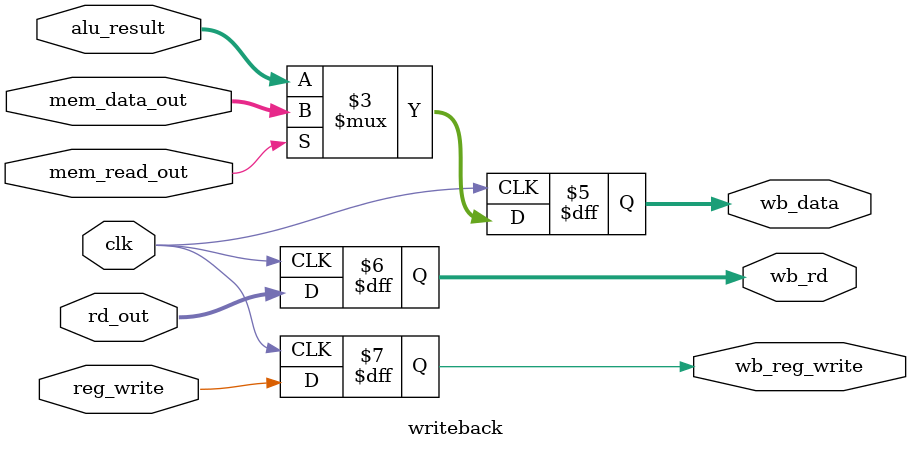
<source format=v>
module writeback (
   input clk,
   input [31:0] mem_data_out,
   input [31:0] alu_result,
   input [4:0] rd_out,
   input reg_write,
   input mem_read_out,
   output reg [31:0] wb_data,
   output reg [4:0] wb_rd,
   output reg wb_reg_write
);
   always @(posedge clk) begin
   wb_rd <= rd_out;              // Always pass the register address
   wb_reg_write <= reg_write;    // Always pass the write enable
   if (mem_read_out) begin
       wb_data <= mem_data_out;  // Use memory data for loads
   end else begin
       wb_data <= alu_result;    // Use ALU result for others
   end
end
endmodule

</source>
